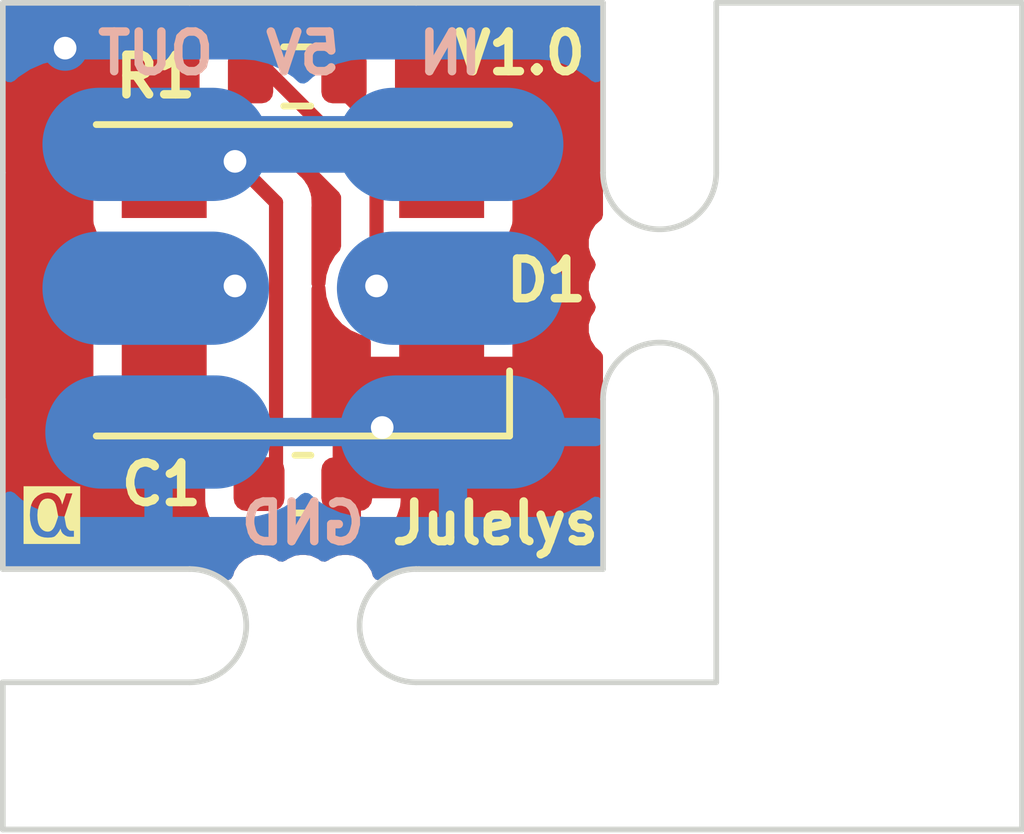
<source format=kicad_pcb>
(kicad_pcb (version 20221018) (generator pcbnew)
  (layers (0 "F.Cu" power) (1 "In1.Cu" signal) (2 "In2.Cu" signal) (31 "B.Cu" power) (34 "B.Paste" user) (35 "F.Paste" user) (36 "B.SilkS" user "B.Silkscreen") (37 "F.SilkS" user "F.Silkscreen") (38 "B.Mask" user) (39 "F.Mask" user) (44 "Edge.Cuts" user))
  (net 0 "")
  (net 1 "+5V")
  (net 2 "GND")
  (net 3 "Net-(D1-DIN)")
  (net 4 "DOUT")
  (net 5 "DIN")
  (footprint "Resistor_SMD:R_0603_1608Metric" (layer "F.Cu") (at 86.1 54.8)
    (fp_text reference "R1" (at -2.5 0) (layer "F.SilkS") (effects (font (size 0.7 0.7))))
    (fp_text value "330" hide)
    (fp_line (start -0.237258 -0.5225) (end 0.237258 -0.5225) (stroke (width 0.12)) (layer "F.SilkS"))
    (fp_line (start -0.237258 0.5225) (end 0.237258 0.5225) (stroke (width 0.12)) (layer "F.SilkS"))
    (pad "1" smd roundrect (at -0.825 0) (size 0.8 0.95) (layers "F.Cu" "F.Paste" "F.Mask") (net 5 "DIN"))
    (pad "2" smd roundrect (at 0.825 0) (size 0.8 0.95) (layers "F.Cu" "F.Paste" "F.Mask") (net 3 "Net-(D1-DIN)"))
  )
  (footprint "LED_SMD:LED_SK6812_PLCC4_5.0x5.0mm_P3.2mm" (layer "F.Cu") (at 86.2 58.4)
    (fp_text reference "D1" (at 4.3 0) (layer "F.SilkS") (effects (font (size 0.7 0.7))))
    (fp_text value "SK6812" hide)
    (fp_line (start -3.65 -2.75) (end 3.65 -2.75) (stroke (width 0.12)) (layer "F.SilkS"))
    (fp_line (start -3.65 2.75) (end 3.65 2.75) (stroke (width 0.12)) (layer "F.SilkS"))
    (fp_line (start 3.65 2.75) (end 3.65 1.6) (stroke (width 0.12)) (layer "F.SilkS"))
    (pad "1" smd rect (at 2.45 1.6) (size 1.5 1) (layers "F.Cu" "F.Paste" "F.Mask") (net 2 "GND"))
    (pad "2" smd rect (at 2.45 -1.6) (size 1.5 1) (layers "F.Cu" "F.Paste" "F.Mask") (net 3 "Net-(D1-DIN)"))
    (pad "3" smd rect (at -2.45 -1.6) (size 1.5 1) (layers "F.Cu" "F.Paste" "F.Mask") (net 1 "+5V"))
    (pad "4" smd rect (at -2.45 1.6) (size 1.5 1) (layers "F.Cu" "F.Paste" "F.Mask") (net 4 "DOUT"))
  )
  (footprint "Capacitor_SMD:C_0603_1608Metric" (layer "F.Cu") (at 86.2 62)
    (fp_text reference "C1" (at -2.5 0) (layer "F.SilkS") (effects (font (size 0.7 0.7))))
    (fp_text value "100nf" hide)
    (fp_line (start -0.14058 -0.51) (end 0.14058 -0.51) (stroke (width 0.12)) (layer "F.SilkS"))
    (fp_line (start -0.14058 0.51) (end 0.14058 0.51) (stroke (width 0.12)) (layer "F.SilkS"))
    (pad "1" smd roundrect (at -0.775 0) (size 0.9 0.95) (layers "F.Cu" "F.Paste" "F.Mask") (net 1 "+5V"))
    (pad "2" smd roundrect (at 0.775 0) (size 0.9 0.95) (layers "F.Cu" "F.Paste" "F.Mask") (net 2 "GND"))
  )
  (footprint "footprints:mouse-bite-2mm-slot" (layer "F.Cu") (at 92.5 58.5 90)
    (fp_text reference "mouse-bite-2mm-slot" hide)
    (fp_text value "VAL**" hide)
    (fp_arc (start -2 -1) (mid -1 0) (end -2 1) (stroke (width 0.1)) (layer "Edge.Cuts"))
    (fp_arc (start 2 1) (mid 1 0) (end 2 -1) (stroke (width 0.1)) (layer "Edge.Cuts"))
    (pad "" np_thru_hole circle (at -0.75 -0.75 90) (size 0.5 0.5) (drill 0.5) (layers "*.Cu" "*.Mask"))
    (pad "" np_thru_hole circle (at -0.75 0.75 90) (size 0.5 0.5) (drill 0.5) (layers "*.Cu" "*.Mask"))
    (pad "" np_thru_hole circle (at 0 -0.75 90) (size 0.5 0.5) (drill 0.5) (layers "*.Cu" "*.Mask"))
    (pad "" np_thru_hole circle (at 0 0.75 90) (size 0.5 0.5) (drill 0.5) (layers "*.Cu" "*.Mask"))
    (pad "" np_thru_hole circle (at 0.75 -0.75 90) (size 0.5 0.5) (drill 0.5) (layers "*.Cu" "*.Mask"))
    (pad "" np_thru_hole circle (at 0.75 0.75 90) (size 0.5 0.5) (drill 0.5) (layers "*.Cu" "*.Mask"))
  )
  (footprint "footprints:mouse-bite-2mm-slot" (layer "F.Cu") (at 86.2 64.5)
    (fp_text reference "mouse-bite-2mm-slot" hide)
    (fp_text value "VAL**" hide)
    (fp_arc (start -2 -1) (mid -1 0) (end -2 1) (stroke (width 0.1)) (layer "Edge.Cuts"))
    (fp_arc (start 2 1) (mid 1 0) (end 2 -1) (stroke (width 0.1)) (layer "Edge.Cuts"))
    (pad "" np_thru_hole circle (at -0.75 -0.75) (size 0.5 0.5) (drill 0.5) (layers "*.Cu" "*.Mask"))
    (pad "" np_thru_hole circle (at -0.75 0.75) (size 0.5 0.5) (drill 0.5) (layers "*.Cu" "*.Mask"))
    (pad "" np_thru_hole circle (at 0 -0.75) (size 0.5 0.5) (drill 0.5) (layers "*.Cu" "*.Mask"))
    (pad "" np_thru_hole circle (at 0 0.75) (size 0.5 0.5) (drill 0.5) (layers "*.Cu" "*.Mask"))
    (pad "" np_thru_hole circle (at 0.75 -0.75) (size 0.5 0.5) (drill 0.5) (layers "*.Cu" "*.Mask"))
    (pad "" np_thru_hole circle (at 0.75 0.75) (size 0.5 0.5) (drill 0.5) (layers "*.Cu" "*.Mask"))
  )
  (footprint "Connector_Pin:Solder Pads 3x2.54" (layer "B.Cu") (at 88.8 59.6 180)
    (fp_text reference "P1" hide)
    (fp_text value "~" hide)
    (pad "1" connect oval (at 0 3.6 180) (size 4 2) (layers "B.Cu" "B.Mask") (net 1 "+5V"))
    (pad "2" connect oval (at 0 1.06 180) (size 4 2) (layers "B.Cu" "B.Mask") (net 5 "DIN"))
    (pad "3" connect oval (at -0.05 -1.48 180) (size 4 2) (layers "B.Cu" "B.Mask") (net 2 "GND"))
  )
  (footprint "Connector_Pin:Solder Pads 3x2.54" (layer "B.Cu") (at 83.6 59.6 180)
    (fp_text reference "P3" hide)
    (fp_text value "~" hide)
    (pad "1" connect oval (at 0 3.6 180) (size 4 2) (layers "B.Cu" "B.Mask") (net 1 "+5V"))
    (pad "2" connect oval (at 0 1.06 180) (size 4 2) (layers "B.Cu" "B.Mask") (net 4 "DOUT"))
    (pad "3" connect oval (at -0.05 -1.48 180) (size 4 2) (layers "B.Cu" "B.Mask") (net 2 "GND"))
  )
  (gr_line (start 93.5 60.5) (end 93.5 65.5) (stroke (width 0.1)) (layer "Edge.Cuts"))
  (gr_line (start 91.5 53.5) (end 91.5 56.5) (stroke (width 0.1)) (layer "Edge.Cuts"))
  (gr_line (start 88.2 53.5) (end 84.2 53.5) (stroke (width 0.1)) (layer "Edge.Cuts"))
  (gr_line (start 91.5 60.5) (end 91.5 63.5) (stroke (width 0.1)) (layer "Edge.Cuts"))
  (gr_line (start 93.5 56.5) (end 93.5 53.5) (stroke (width 0.1)) (layer "Edge.Cuts"))
  (gr_line (start 91.5 53.5) (end 88.2 53.5) (stroke (width 0.1)) (layer "Edge.Cuts"))
  (gr_line (start 84.2 65.5) (end 80.9 65.5) (stroke (width 0.1)) (layer "Edge.Cuts"))
  (gr_line (start 84.2 63.5) (end 80.9 63.5) (stroke (width 0.1)) (layer "Edge.Cuts"))
  (gr_line (start 98.9 53.5) (end 98.9 68.1) (stroke (width 0.1)) (layer "Edge.Cuts"))
  (gr_line (start 80.9 68.1) (end 98.9 68.1) (stroke (width 0.1)) (layer "Edge.Cuts"))
  (gr_line (start 84.2 53.5) (end 80.9 53.5) (stroke (width 0.1)) (layer "Edge.Cuts"))
  (gr_line (start 93.5 65.5) (end 88.2 65.5) (stroke (width 0.1)) (layer "Edge.Cuts"))
  (gr_line (start 88.25 63.5) (end 88.2 63.5) (stroke (width 0.1)) (layer "Edge.Cuts"))
  (gr_line (start 80.9 60.5) (end 80.9 63.5) (stroke (width 0.1)) (layer "Edge.Cuts"))
  (gr_line (start 91.5 63.5) (end 88.25 63.5) (stroke (width 0.1)) (layer "Edge.Cuts"))
  (gr_line (start 93.5 53.5) (end 98.9 53.5) (stroke (width 0.1)) (layer "Edge.Cuts"))
  (gr_line (start 80.9 56.5) (end 80.9 60.5) (stroke (width 0.1)) (layer "Edge.Cuts"))
  (gr_line (start 80.9 53.5) (end 80.9 56.5) (stroke (width 0.1)) (layer "Edge.Cuts"))
  (gr_line (start 80.9 65.5) (end 80.9 68.1) (stroke (width 0.1)) (layer "Edge.Cuts"))
  (gr_text "5V" (at 86.2 54.8) (layer "B.SilkS") (effects (font (size 0.7 0.7)) (justify bottom mirror)))
  (gr_text "OUT" (at 83.6 54.8) (layer "B.SilkS") (effects (font (size 0.7 0.7)) (justify bottom mirror)))
  (gr_text "IN" (at 88.8 54.8) (layer "B.SilkS") (effects (font (size 0.7 0.7)) (justify bottom mirror)))
  (gr_text "GND" (at 86.2 63.1) (layer "B.SilkS") (effects (font (size 0.7 0.7)) (justify bottom mirror)))
  (gr_text "V1.0" (at 88.8 54.8) (layer "F.SilkS") (effects (font (size 0.7 0.7)) (justify left bottom)))
  (gr_text "α" (at 81.3 63.1) (layer "F.SilkS" knockout) (effects (font (size 1 1)) (justify left bottom)))
  (gr_text "Julelys" (at 87.7 63.1) (layer "F.SilkS") (effects (font (size 0.7 0.7)) (justify left bottom)))
  (segment (start 85.725 61.9) (end 85.725 57.025) (width 0.25) (layer "F.Cu") (net 1))
  (segment (start 85.425 62.2) (end 85.725 61.9) (width 0.25) (layer "F.Cu") (net 1))
  (segment (start 85 56.3) (end 84.25 56.3) (width 0.25) (layer "F.Cu") (net 1))
  (segment (start 85.725 57.025) (end 85 56.3) (width 0.25) (layer "F.Cu") (net 1))
  (segment (start 84.25 56.3) (end 83.75 56.8) (width 0.25) (layer "F.Cu") (net 1))
  (via (at 85 56.3) (size 0.8) (drill 0.4) (layers "F.Cu" "B.Cu") (net 1))
  (segment (start 88.8 56) (end 83.6 56) (width 1) (layer "B.Cu") (net 1))
  (segment (start 87.6 61) (end 87.6 61.575) (width 0.25) (layer "F.Cu") (net 2))
  (segment (start 87.6 61.575) (end 86.975 62.2) (width 0.25) (layer "F.Cu") (net 2))
  (segment (start 87.65 61) (end 88.65 60) (width 0.25) (layer "F.Cu") (net 2))
  (segment (start 87.6 61) (end 87.65 61) (width 0.25) (layer "F.Cu") (net 2))
  (via (at 82 54.3) (size 0.8) (drill 0.4) (layers "F.Cu" "B.Cu") (net 2))
  (via (at 87.6 61) (size 0.8) (drill 0.4) (layers "F.Cu" "B.Cu") (net 2))
  (segment (start 87.025 55.175) (end 87.025 54.5) (width 0.25) (layer "F.Cu") (net 3))
  (segment (start 88.65 56.8) (end 87.025 55.175) (width 0.25) (layer "F.Cu") (net 3))
  (segment (start 83.75 60) (end 83.75 59.75) (width 0.25) (layer "F.Cu") (net 4))
  (segment (start 83.75 59.75) (end 85 58.5) (width 0.25) (layer "F.Cu") (net 4))
  (via (at 85 58.5) (size 0.8) (drill 0.4) (layers "F.Cu" "B.Cu") (net 4))
  (segment (start 87.5 56.625) (end 87.5 58.5) (width 0.25) (layer "F.Cu") (net 5))
  (segment (start 85.375 54.5) (end 87.5 56.625) (width 0.25) (layer "F.Cu") (net 5))
  (via (at 87.5 58.5) (size 0.8) (drill 0.4) (layers "F.Cu" "B.Cu") (net 5))
  (zone (net 2) (net_name "GND") (layers "F&B.Cu") (connect_pads (clearance 0.5)) (min_thickness 0.25) (fill yes (thermal_gap 0.5) (thermal_bridge_width 0.5))
    (polygon (pts (xy 80.9 53.5) (xy 98.9 53.5) (xy 98.694942 68.1) (xy 80.9 68.2)))
  )
)
</source>
